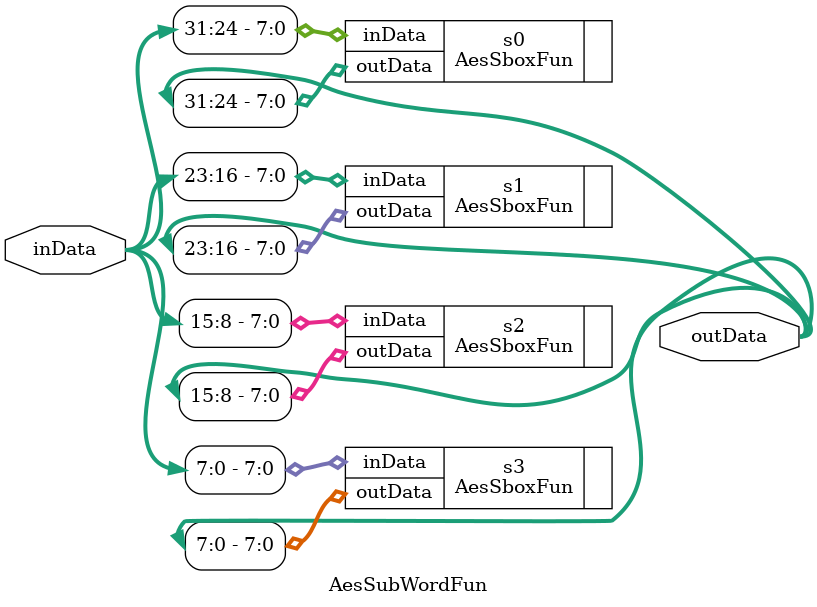
<source format=v>
module AesSubWordFun (
	input	wire	[31:0]	inData,	
    output	wire	[31:0]	outData 
);

AesSboxFun s0(.inData(inData[ 31: 24]), .outData(outData[ 31: 24]));
AesSboxFun s1(.inData(inData[ 23: 16]), .outData(outData[ 23: 16]));
AesSboxFun s2(.inData(inData[ 15:  8]), .outData(outData[ 15:  8]));
AesSboxFun s3(.inData(inData[  7:  0]), .outData(outData[  7:  0]));
	
endmodule
</source>
